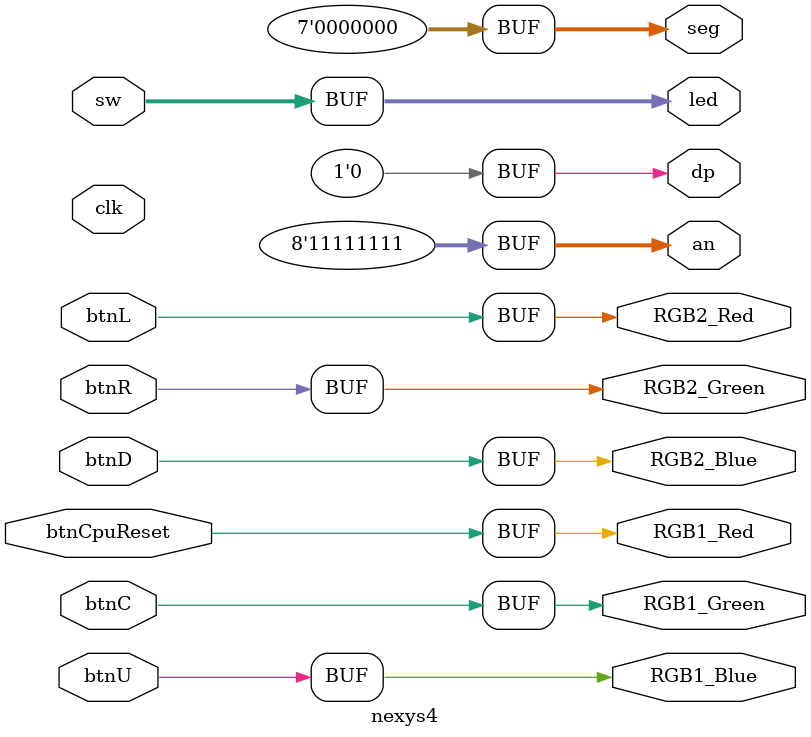
<source format=v>
module nexys4
(
    input         clk,
    input  [15:0] sw,

    input         btnCpuReset,
    input         btnC,
    input         btnU,
    input         btnL,
    input         btnR,
    input         btnD,

    output [15:0] led,

    output        RGB1_Red,
    output        RGB1_Green,
    output        RGB1_Blue,
    output        RGB2_Red,
    output        RGB2_Green,
    output        RGB2_Blue,

    output [6:0] seg,
    output       dp,
    output [7:0] an
);

    assign led [ 0] = sw [ 0];
    assign led [ 1] = sw [ 1];
    assign led [ 2] = sw [ 2];
    assign led [ 3] = sw [ 3];
    assign led [ 4] = sw [ 4];
    assign led [ 5] = sw [ 5];
    assign led [ 6] = sw [ 6];
    assign led [ 7] = sw [ 7];
    assign led [ 8] = sw [ 8];
    assign led [ 9] = sw [ 9];
    assign led [10] = sw [10];
    assign led [11] = sw [11];
    assign led [12] = sw [12];
    assign led [13] = sw [13];
    assign led [14] = sw [14];
    assign led [15] = sw [15];

    assign RGB1_Red   = btnCpuReset;
    assign RGB1_Green = btnC;
    assign RGB1_Blue  = btnU;
    assign RGB2_Red   = btnL;
    assign RGB2_Green = btnR;
    assign RGB2_Blue  = btnD;

    assign seg = 7'b0;
    assign dp  = 1'b0;
    assign an  = 8'hff;

endmodule

</source>
